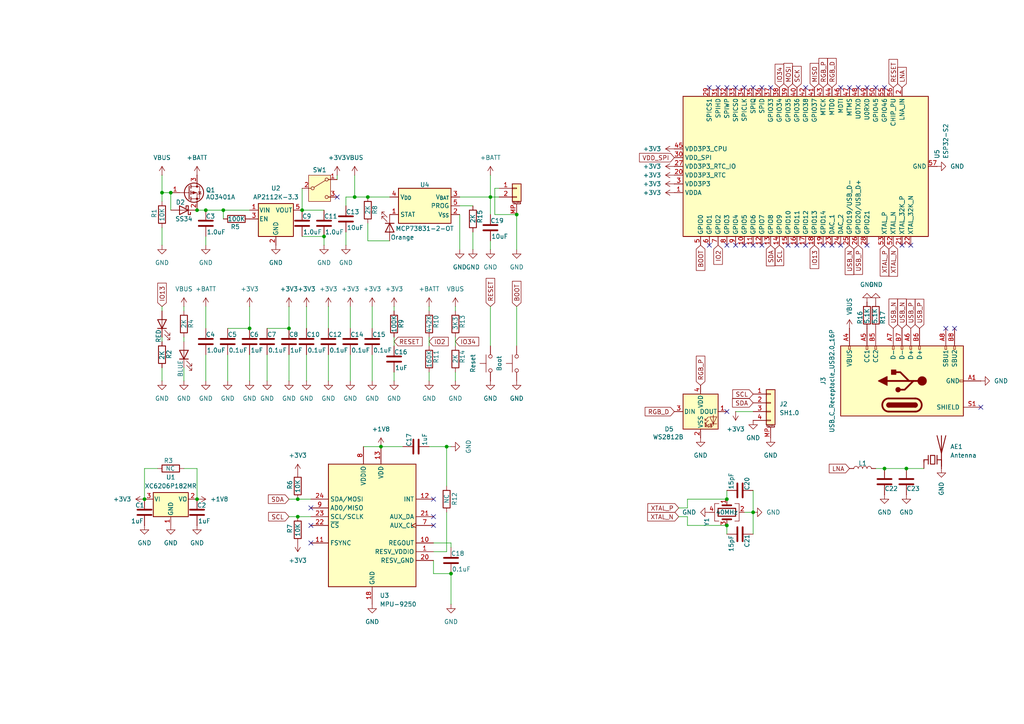
<source format=kicad_sch>
(kicad_sch (version 20231120) (generator "eeschema") (generator_version "8.0")
  (paper "A4")
  (junction (at 46.99 55.88))
  (junction (at 86.36 144.78))
  (junction (at 262.89 135.89))
  (junction (at 59.69 60.96))
  (junction (at 86.36 149.86))
  (junction (at 106.68 57.15))
  (junction (at 218.44 148.59))
  (junction (at 256.54 135.89))
  (junction (at 83.82 95.25))
  (junction (at 64.77 60.96))
  (junction (at 72.39 95.25))
  (junction (at 142.24 57.15))
  (junction (at 57.15 60.96))
  (junction (at 110.49 129.54))
  (junction (at 87.63 60.96))
  (junction (at 93.98 68.58))
  (junction (at 210.82 144.78))
  (junction (at 41.91 144.78))
  (junction (at 49.53 55.88))
  (junction (at 102.87 57.15))
  (junction (at 130.81 166.37))
  (junction (at 149.86 62.23))
  (junction (at 57.15 144.78))
  (junction (at 210.82 152.4))
  (junction (at 129.54 129.54))
  (no_connect (at 90.17 152.4))
  (no_connect (at 251.46 25.4))
  (no_connect (at 264.16 71.12))
  (no_connect (at 233.68 71.12))
  (no_connect (at 233.68 25.4))
  (no_connect (at 220.98 25.4))
  (no_connect (at 223.52 25.4))
  (no_connect (at 213.36 25.4))
  (no_connect (at 213.36 71.12))
  (no_connect (at 231.14 71.12))
  (no_connect (at 261.62 71.12))
  (no_connect (at 205.74 71.12))
  (no_connect (at 210.82 25.4))
  (no_connect (at 274.32 95.25))
  (no_connect (at 205.74 25.4))
  (no_connect (at 251.46 71.12))
  (no_connect (at 215.9 25.4))
  (no_connect (at 248.92 25.4))
  (no_connect (at 125.73 152.4))
  (no_connect (at 284.48 118.11))
  (no_connect (at 243.84 25.4))
  (no_connect (at 243.84 71.12))
  (no_connect (at 210.82 119.38))
  (no_connect (at 215.9 71.12))
  (no_connect (at 276.86 95.25))
  (no_connect (at 125.73 149.86))
  (no_connect (at 210.82 71.12))
  (no_connect (at 90.17 147.32))
  (no_connect (at 90.17 157.48))
  (no_connect (at 241.3 71.12))
  (no_connect (at 228.6 71.12))
  (no_connect (at 218.44 71.12))
  (no_connect (at 97.79 57.15))
  (no_connect (at 208.28 25.4))
  (no_connect (at 256.54 25.4))
  (no_connect (at 218.44 25.4))
  (no_connect (at 125.73 144.78))
  (no_connect (at 254 25.4))
  (no_connect (at 246.38 25.4))
  (no_connect (at 238.76 71.12))
  (no_connect (at 220.98 71.12))
  (wire (pts (xy 107.95 110.49) (xy 107.95 102.87)))
  (wire (pts (xy 105.41 129.54) (xy 110.49 129.54)))
  (wire (pts (xy 130.81 129.54) (xy 129.54 129.54)))
  (wire (pts (xy 46.99 71.12) (xy 46.99 66.04)))
  (wire (pts (xy 143.51 62.23) (xy 149.86 62.23)))
  (wire (pts (xy 95.25 88.9) (xy 95.25 95.25)))
  (wire (pts (xy 106.68 64.77) (xy 106.68 69.85)))
  (wire (pts (xy 133.35 57.15) (xy 142.24 57.15)))
  (wire (pts (xy 72.39 110.49) (xy 72.39 102.87)))
  (wire (pts (xy 46.99 88.9) (xy 46.99 90.17)))
  (wire (pts (xy 83.82 144.78) (xy 86.36 144.78)))
  (wire (pts (xy 46.99 55.88) (xy 49.53 55.88)))
  (wire (pts (xy 210.82 144.78) (xy 199.39 144.78)))
  (wire (pts (xy 132.08 88.9) (xy 132.08 90.17)))
  (wire (pts (xy 130.81 158.75) (xy 130.81 157.48)))
  (wire (pts (xy 64.77 60.96) (xy 64.77 63.5)))
  (wire (pts (xy 87.63 60.96) (xy 93.98 60.96)))
  (wire (pts (xy 101.6 88.9) (xy 101.6 95.25)))
  (wire (pts (xy 116.84 129.54) (xy 110.49 129.54)))
  (wire (pts (xy 132.08 107.95) (xy 132.08 110.49)))
  (wire (pts (xy 45.72 135.89) (xy 41.91 135.89)))
  (wire (pts (xy 59.69 88.9) (xy 59.69 95.25)))
  (wire (pts (xy 93.98 71.12) (xy 93.98 68.58)))
  (wire (pts (xy 66.04 110.49) (xy 66.04 102.87)))
  (wire (pts (xy 143.51 54.61) (xy 143.51 62.23)))
  (wire (pts (xy 210.82 142.24) (xy 210.82 144.78)))
  (wire (pts (xy 88.9 110.49) (xy 88.9 102.87)))
  (wire (pts (xy 57.15 135.89) (xy 57.15 144.78)))
  (wire (pts (xy 46.99 110.49) (xy 46.99 106.68)))
  (wire (pts (xy 102.87 57.15) (xy 102.87 50.8)))
  (wire (pts (xy 218.44 142.24) (xy 218.44 148.59)))
  (wire (pts (xy 53.34 135.89) (xy 57.15 135.89)))
  (wire (pts (xy 199.39 147.32) (xy 199.39 144.78)))
  (wire (pts (xy 256.54 135.89) (xy 262.89 135.89)))
  (wire (pts (xy 142.24 62.23) (xy 142.24 57.15)))
  (wire (pts (xy 59.69 102.87) (xy 59.69 110.49)))
  (wire (pts (xy 149.86 88.9) (xy 149.86 100.33)))
  (wire (pts (xy 210.82 154.94) (xy 210.82 152.4)))
  (wire (pts (xy 143.51 54.61) (xy 144.78 54.61)))
  (wire (pts (xy 95.25 110.49) (xy 95.25 102.87)))
  (wire (pts (xy 77.47 110.49) (xy 77.47 102.87)))
  (wire (pts (xy 129.54 140.97) (xy 129.54 129.54)))
  (wire (pts (xy 142.24 57.15) (xy 144.78 57.15)))
  (wire (pts (xy 107.95 88.9) (xy 107.95 95.25)))
  (wire (pts (xy 132.08 97.79) (xy 132.08 100.33)))
  (wire (pts (xy 72.39 95.25) (xy 66.04 95.25)))
  (wire (pts (xy 100.33 59.69) (xy 100.33 57.15)))
  (wire (pts (xy 256.54 135.89) (xy 254 135.89)))
  (wire (pts (xy 83.82 149.86) (xy 86.36 149.86)))
  (wire (pts (xy 125.73 160.02) (xy 129.54 160.02)))
  (wire (pts (xy 53.34 88.9) (xy 53.34 90.17)))
  (wire (pts (xy 130.81 166.37) (xy 130.81 175.26)))
  (wire (pts (xy 133.35 72.39) (xy 133.35 62.23)))
  (wire (pts (xy 46.99 99.06) (xy 46.99 97.79)))
  (wire (pts (xy 100.33 71.12) (xy 100.33 67.31)))
  (wire (pts (xy 59.69 71.12) (xy 59.69 68.58)))
  (wire (pts (xy 97.79 52.07) (xy 97.79 50.8)))
  (wire (pts (xy 124.46 107.95) (xy 124.46 110.49)))
  (wire (pts (xy 125.73 166.37) (xy 130.81 166.37)))
  (wire (pts (xy 124.46 88.9) (xy 124.46 90.17)))
  (wire (pts (xy 129.54 160.02) (xy 129.54 148.59)))
  (wire (pts (xy 101.6 110.49) (xy 101.6 102.87)))
  (wire (pts (xy 124.46 97.79) (xy 124.46 100.33)))
  (wire (pts (xy 83.82 95.25) (xy 77.47 95.25)))
  (wire (pts (xy 199.39 149.86) (xy 196.85 149.86)))
  (wire (pts (xy 114.3 88.9) (xy 114.3 90.17)))
  (wire (pts (xy 106.68 57.15) (xy 113.03 57.15)))
  (wire (pts (xy 53.34 110.49) (xy 53.34 106.68)))
  (wire (pts (xy 83.82 110.49) (xy 83.82 102.87)))
  (wire (pts (xy 53.34 99.06) (xy 53.34 97.79)))
  (wire (pts (xy 83.82 88.9) (xy 83.82 95.25)))
  (wire (pts (xy 102.87 57.15) (xy 106.68 57.15)))
  (wire (pts (xy 218.44 148.59) (xy 215.9 148.59)))
  (wire (pts (xy 86.36 144.78) (xy 90.17 144.78)))
  (wire (pts (xy 100.33 57.15) (xy 102.87 57.15)))
  (wire (pts (xy 196.85 147.32) (xy 199.39 147.32)))
  (wire (pts (xy 130.81 157.48) (xy 125.73 157.48)))
  (wire (pts (xy 218.44 148.59) (xy 218.44 154.94)))
  (wire (pts (xy 41.91 135.89) (xy 41.91 144.78)))
  (wire (pts (xy 125.73 162.56) (xy 125.73 166.37)))
  (wire (pts (xy 199.39 152.4) (xy 199.39 149.86)))
  (wire (pts (xy 64.77 60.96) (xy 72.39 60.96)))
  (wire (pts (xy 137.16 72.39) (xy 137.16 67.31)))
  (wire (pts (xy 149.86 62.23) (xy 149.86 72.39)))
  (wire (pts (xy 46.99 50.8) (xy 46.99 55.88)))
  (wire (pts (xy 142.24 69.85) (xy 142.24 72.39)))
  (wire (pts (xy 142.24 50.8) (xy 142.24 57.15)))
  (wire (pts (xy 57.15 60.96) (xy 59.69 60.96)))
  (wire (pts (xy 129.54 129.54) (xy 124.46 129.54)))
  (wire (pts (xy 210.82 152.4) (xy 199.39 152.4)))
  (wire (pts (xy 87.63 54.61) (xy 87.63 60.96)))
  (wire (pts (xy 262.89 135.89) (xy 267.97 135.89)))
  (wire (pts (xy 49.53 55.88) (xy 49.53 60.96)))
  (wire (pts (xy 88.9 88.9) (xy 88.9 95.25)))
  (wire (pts (xy 114.3 97.79) (xy 114.3 100.33)))
  (wire (pts (xy 87.63 68.58) (xy 93.98 68.58)))
  (wire (pts (xy 114.3 107.95) (xy 114.3 110.49)))
  (wire (pts (xy 142.24 88.9) (xy 142.24 100.33)))
  (wire (pts (xy 72.39 88.9) (xy 72.39 95.25)))
  (wire (pts (xy 133.35 59.69) (xy 137.16 59.69)))
  (wire (pts (xy 86.36 149.86) (xy 90.17 149.86)))
  (wire (pts (xy 46.99 58.42) (xy 46.99 55.88)))
  (wire (pts (xy 213.36 119.38) (xy 218.44 119.38)))
  (wire (pts (xy 106.68 69.85) (xy 113.03 69.85)))
  (wire (pts (xy 64.77 60.96) (xy 59.69 60.96)))
  (global_label "XTAL_N" (shape input) (at 196.85 149.86 180) (property "Intersheetrefs" "${INTERSHEET_REFS}" (effects (hide yes))))
  (global_label "IO34" (shape input) (at 226.06 25.4 90) (property "Intersheetrefs" "${INTERSHEET_REFS}" (effects (hide yes))))
  (global_label "USB_P" (shape input) (at 264.16 95.25 90) (property "Intersheetrefs" "${INTERSHEET_REFS}" (effects (hide yes))))
  (global_label "SDA" (shape input) (at 218.44 116.84 180) (property "Intersheetrefs" "${INTERSHEET_REFS}" (effects (hide yes))))
  (global_label "BOOT" (shape input) (at 203.2 71.12 270) (property "Intersheetrefs" "${INTERSHEET_REFS}" (effects (hide yes))))
  (global_label "SDA" (shape input) (at 223.52 71.12 270) (property "Intersheetrefs" "${INTERSHEET_REFS}" (effects (hide yes))))
  (global_label "RESET" (shape input) (at 259.08 25.4 90) (property "Intersheetrefs" "${INTERSHEET_REFS}" (effects (hide yes))))
  (global_label "IO2" (shape input) (at 208.28 71.12 270) (property "Intersheetrefs" "${INTERSHEET_REFS}" (effects (hide yes))))
  (global_label "RGB_P" (shape input) (at 203.2 111.76 90) (property "Intersheetrefs" "${INTERSHEET_REFS}" (effects (hide yes))))
  (global_label "IO2" (shape input) (at 124.46 99.06 0) (property "Intersheetrefs" "${INTERSHEET_REFS}" (effects (hide yes))))
  (global_label "BOOT" (shape input) (at 149.86 88.9 90) (property "Intersheetrefs" "${INTERSHEET_REFS}" (effects (hide yes))))
  (global_label "SDA" (shape input) (at 83.82 144.78 180) (property "Intersheetrefs" "${INTERSHEET_REFS}" (effects (hide yes))))
  (global_label "IO13" (shape input) (at 46.99 88.9 90) (property "Intersheetrefs" "${INTERSHEET_REFS}" (effects (hide yes))))
  (global_label "RESET" (shape input) (at 142.24 88.9 90) (property "Intersheetrefs" "${INTERSHEET_REFS}" (effects (hide yes))))
  (global_label "SCL" (shape input) (at 226.06 71.12 270) (property "Intersheetrefs" "${INTERSHEET_REFS}" (effects (hide yes))))
  (global_label "RGB_P" (shape input) (at 238.76 25.4 90) (property "Intersheetrefs" "${INTERSHEET_REFS}" (effects (hide yes))))
  (global_label "IO34" (shape input) (at 132.08 99.06 0) (property "Intersheetrefs" "${INTERSHEET_REFS}" (effects (hide yes))))
  (global_label "USB_N" (shape input) (at 246.38 71.12 270) (property "Intersheetrefs" "${INTERSHEET_REFS}" (effects (hide yes))))
  (global_label "XTAL_N" (shape input) (at 259.08 71.12 270) (property "Intersheetrefs" "${INTERSHEET_REFS}" (effects (hide yes))))
  (global_label "IO13" (shape input) (at 236.22 71.12 270) (property "Intersheetrefs" "${INTERSHEET_REFS}" (effects (hide yes))))
  (global_label "USB_N" (shape input) (at 259.08 95.25 90) (property "Intersheetrefs" "${INTERSHEET_REFS}" (effects (hide yes))))
  (global_label "USB_P" (shape input) (at 248.92 71.12 270) (property "Intersheetrefs" "${INTERSHEET_REFS}" (effects (hide yes))))
  (global_label "LNA" (shape input) (at 246.38 135.89 180) (property "Intersheetrefs" "${INTERSHEET_REFS}" (effects (hide yes))))
  (global_label "LNA" (shape input) (at 261.62 25.4 90) (property "Intersheetrefs" "${INTERSHEET_REFS}" (effects (hide yes))))
  (global_label "USB_N" (shape input) (at 261.62 95.25 90) (property "Intersheetrefs" "${INTERSHEET_REFS}" (effects (hide yes))))
  (global_label "MISO" (shape input) (at 236.22 25.4 90) (property "Intersheetrefs" "${INTERSHEET_REFS}" (effects (hide yes))))
  (global_label "SCL" (shape input) (at 218.44 114.3 180) (property "Intersheetrefs" "${INTERSHEET_REFS}" (effects (hide yes))))
  (global_label "SCL" (shape input) (at 83.82 149.86 180) (property "Intersheetrefs" "${INTERSHEET_REFS}" (effects (hide yes))))
  (global_label "SCK" (shape input) (at 231.14 25.4 90) (property "Intersheetrefs" "${INTERSHEET_REFS}" (effects (hide yes))))
  (global_label "RGB_D" (shape input) (at 195.58 119.38 180) (property "Intersheetrefs" "${INTERSHEET_REFS}" (effects (hide yes))))
  (global_label "XTAL_P" (shape input) (at 196.85 147.32 180) (property "Intersheetrefs" "${INTERSHEET_REFS}" (effects (hide yes))))
  (global_label "XTAL_P" (shape input) (at 256.54 71.12 270) (property "Intersheetrefs" "${INTERSHEET_REFS}" (effects (hide yes))))
  (global_label "USB_P" (shape input) (at 266.7 95.25 90) (property "Intersheetrefs" "${INTERSHEET_REFS}" (effects (hide yes))))
  (global_label "RGB_D" (shape input) (at 241.3 25.4 90) (property "Intersheetrefs" "${INTERSHEET_REFS}" (effects (hide yes))))
  (global_label "RESET" (shape input) (at 114.3 99.06 0) (property "Intersheetrefs" "${INTERSHEET_REFS}" (effects (hide yes))))
  (global_label "MOSI" (shape input) (at 228.6 25.4 90) (property "Intersheetrefs" "${INTERSHEET_REFS}" (effects (hide yes))))
  (global_label "VDD_SPI" (shape input) (at 195.58 45.72 180) (property "Intersheetrefs" "${INTERSHEET_REFS}" (effects (hide yes))))
  (symbol (lib_id "power:+3V3") (at 114.3 88.9 0) (unit 1)
    (property "Reference" "#PWR038" (effects (hide yes)))
    (property "Value" "+3V3" (at 114.3 83.82 0))
    (property "Description" "Power symbol creates a global label with name \"+3V3\"" (effects (hide yes)))
  )
  (symbol (lib_id "power:+3V3") (at 195.58 50.8 90) (mirror x) (unit 1)
    (property "Reference" "#PWR055" (effects (hide yes)))
    (property "Value" "+3V3" (at 191.77 50.7999 90) (effects (justify left)))
    (property "Description" "Power symbol creates a global label with name \"+3V3\"" (effects (hide yes)))
  )
  (symbol (lib_id "power:VBUS") (at 246.38 95.25 0) (unit 1)
    (property "Reference" "#PWR064" (effects (hide yes)))
    (property "Value" "VBUS" (at 246.3799 91.44 90) (effects (justify left)))
    (property "Description" "Power symbol creates a global label with name \"VBUS\"" (effects (hide yes)))
  )
  (symbol (lib_id "power:+BATT") (at 57.15 50.8 0) (unit 1)
    (property "Reference" "#PWR09" (effects (hide yes)))
    (property "Value" "+BATT" (at 57.15 45.72 0))
    (property "Description" "Power symbol creates a global label with name \"+BATT\"" (effects (hide yes)))
  )
  (symbol (lib_id "Device:C") (at 262.89 139.7 0) (mirror x) (unit 1)
    (property "Reference" "C23" (at 262.89 141.732 0) (effects (justify left)))
    (property "Value" "1uF" (effects (hide yes)))
    (property "Footprint" "Capacitor_SMD:C_0402_1005Metric" (effects (hide yes)))
    (property "Description" "Unpolarized capacitor" (effects (hide yes)))
  )
  (symbol (lib_id "power:+3V3") (at 101.6 88.9 0) (mirror y) (unit 1)
    (property "Reference" "#PWR031" (effects (hide yes)))
    (property "Value" "+3V3" (at 101.6 83.82 0))
    (property "Description" "Power symbol creates a global label with name \"+3V3\"" (effects (hide yes)))
  )
  (symbol (lib_id "power:VBUS") (at 102.87 50.8 0) (unit 1)
    (property "Reference" "#PWR033" (effects (hide yes)))
    (property "Value" "VBUS" (at 102.87 45.72 0))
    (property "Description" "Power symbol creates a global label with name \"VBUS\"" (effects (hide yes)))
  )
  (symbol (lib_id "Device:C") (at 59.69 64.77 0) (unit 1)
    (property "Reference" "C3" (at 59.69 62.738 0) (effects (justify left)))
    (property "Value" "1.0uF" (at 59.944 67.31 0) (effects (justify left)))
    (property "Footprint" "Capacitor_SMD:C_0402_1005Metric" (effects (hide yes)))
    (property "Description" "Unpolarized capacitor" (effects (hide yes)))
  )
  (symbol (lib_id "power:GND") (at 142.24 110.49 0) (unit 1)
    (property "Reference" "#PWR050" (effects (hide yes)))
    (property "Value" "GND" (at 142.24 115.57 0))
    (property "Description" "Power symbol creates a global label with name \"GND\" , ground" (effects (hide yes)))
  )
  (symbol (lib_id "power:GND") (at 107.95 175.26 0) (unit 1)
    (property "Reference" "#PWR036" (effects (hide yes)))
    (property "Value" "GND" (at 107.95 180.34 0))
    (property "Description" "Power symbol creates a global label with name \"GND\" , ground" (effects (hide yes)))
  )
  (symbol (lib_id "Device:R") (at 114.3 93.98 0) (unit 1)
    (property "Reference" "R9" (at 116.332 95.25 90) (effects (justify left)))
    (property "Value" "100K" (at 114.3 96.52 90) (effects (justify left)))
    (property "Footprint" "Resistor_SMD:R_0402_1005Metric" (effects (hide yes)))
    (property "Description" "Resistor" (effects (hide yes)))
  )
  (symbol (lib_id "power:GND") (at 46.99 71.12 0) (unit 1)
    (property "Reference" "#PWR04" (effects (hide yes)))
    (property "Value" "GND" (at 46.99 76.2 0))
    (property "Description" "Power symbol creates a global label with name \"GND\" , ground" (effects (hide yes)))
  )
  (symbol (lib_id "power:+3V3") (at 195.58 48.26 90) (mirror x) (unit 1)
    (property "Reference" "#PWR054" (effects (hide yes)))
    (property "Value" "+3V3" (at 191.77 48.2599 90) (effects (justify left)))
    (property "Description" "Power symbol creates a global label with name \"+3V3\"" (effects (hide yes)))
  )
  (symbol (lib_id "power:GND") (at 59.69 71.12 0) (unit 1)
    (property "Reference" "#PWR012" (effects (hide yes)))
    (property "Value" "GND" (at 59.69 76.2 0))
    (property "Description" "Power symbol creates a global label with name \"GND\" , ground" (effects (hide yes)))
  )
  (symbol (lib_id "power:GND") (at 149.86 72.39 0) (unit 1)
    (property "Reference" "#PWR051" (effects (hide yes)))
    (property "Value" "GND" (at 149.86 77.47 0))
    (property "Description" "Power symbol creates a global label with name \"GND\" , ground" (effects (hide yes)))
  )
  (symbol (lib_id "Device:R") (at 137.16 63.5 0) (unit 1)
    (property "Reference" "R15" (at 139.192 64.77 90) (effects (justify left)))
    (property "Value" "2K" (at 137.16 64.77 90) (effects (justify left)))
    (property "Footprint" "Resistor_SMD:R_0402_1005Metric" (effects (hide yes)))
    (property "Description" "Resistor" (effects (hide yes)))
  )
  (symbol (lib_id "power:GND") (at 53.34 110.49 0) (unit 1)
    (property "Reference" "#PWR08" (effects (hide yes)))
    (property "Value" "GND" (at 53.34 115.57 0))
    (property "Description" "Power symbol creates a global label with name \"GND\" , ground" (effects (hide yes)))
  )
  (symbol (lib_id "power:+3V3") (at 86.36 157.48 180) (unit 1)
    (property "Reference" "#PWR023" (effects (hide yes)))
    (property "Value" "+3V3" (at 86.36 162.56 0))
    (property "Description" "Power symbol creates a global label with name \"+3V3\"" (effects (hide yes)))
  )
  (symbol (lib_id "Device:Antenna_Chip") (at 270.51 133.35 0) (unit 1)
    (property "Reference" "AE1" (at 275.59 129.5399 0) (effects (justify left)))
    (property "Value" "Antenna" (at 275.59 132.0799 0) (effects (justify left)))
    (property "Footprint" "RF_Antenna:Texas_SWRA117D_2.4GHz_Right" (effects (hide yes)))
    (property "Description" "Ceramic chip antenna with pin for PCB trace" (effects (hide yes)))
  )
  (symbol (lib_id "power:GND") (at 205.74 148.59 270) (unit 1)
    (property "Reference" "#PWR059" (effects (hide yes)))
    (property "Value" "GND" (at 201.93 148.5899 90) (effects (justify right)))
    (property "Description" "Power symbol creates a global label with name \"GND\" , ground" (effects (hide yes)))
  )
  (symbol (lib_id "power:GND") (at 142.24 72.39 0) (unit 1)
    (property "Reference" "#PWR049" (effects (hide yes)))
    (property "Value" "GND" (at 142.24 77.47 0))
    (property "Description" "Power symbol creates a global label with name \"GND\" , ground" (effects (hide yes)))
  )
  (symbol (lib_id "Switch:SW_SPDT") (at 92.71 54.61 0) (unit 1)
    (property "Reference" "SW1" (at 92.71 49.276 0))
    (property "Value" "SW_SPDT" (effects (hide yes)))
    (property "Footprint" "Button_Switch_SMD:SW_SPDT_PCM12" (effects (hide yes)))
    (property "Description" "Switch, single pole double throw" (effects (hide yes)))
  )
  (symbol (lib_id "power:+3V3") (at 195.58 55.88 90) (mirror x) (unit 1)
    (property "Reference" "#PWR057" (effects (hide yes)))
    (property "Value" "+3V3" (at 191.77 55.8799 90) (effects (justify left)))
    (property "Description" "Power symbol creates a global label with name \"+3V3\"" (effects (hide yes)))
  )
  (symbol (lib_id "power:GND") (at 80.01 71.12 0) (unit 1)
    (property "Reference" "#PWR019" (effects (hide yes)))
    (property "Value" "GND" (at 80.01 76.2 0))
    (property "Description" "Power symbol creates a global label with name \"GND\" , ground" (effects (hide yes)))
  )
  (symbol (lib_id "power:GND") (at 72.39 110.49 0) (mirror y) (unit 1)
    (property "Reference" "#PWR017" (effects (hide yes)))
    (property "Value" "GND" (at 72.39 115.57 0))
    (property "Description" "Power symbol creates a global label with name \"GND\" , ground" (effects (hide yes)))
  )
  (symbol (lib_id "Device:C") (at 142.24 66.04 0) (unit 1)
    (property "Reference" "C19" (at 142.24 64.008 0) (effects (justify left)))
    (property "Value" "10uF" (at 142.494 68.58 0) (effects (justify left)))
    (property "Footprint" "Capacitor_SMD:C_0402_1005Metric" (effects (hide yes)))
    (property "Description" "Unpolarized capacitor" (effects (hide yes)))
  )
  (symbol (lib_id "power:+BATT") (at 59.69 88.9 0) (unit 1)
    (property "Reference" "#PWR013" (effects (hide yes)))
    (property "Value" "+BATT" (at 59.69 83.82 0))
    (property "Description" "Power symbol creates a global label with name \"+BATT\"" (effects (hide yes)))
  )
  (symbol (lib_id "power:VBUS") (at 46.99 50.8 0) (unit 1)
    (property "Reference" "#PWR03" (effects (hide yes)))
    (property "Value" "VBUS" (at 46.99 45.72 0))
    (property "Description" "Power symbol creates a global label with name \"VBUS\"" (effects (hide yes)))
  )
  (symbol (lib_id "power:GND") (at 218.44 121.92 0) (mirror y) (unit 1)
    (property "Reference" "#PWR061" (effects (hide yes)))
    (property "Value" "GND" (at 218.44 127 0))
    (property "Description" "Power symbol creates a global label with name \"GND\" , ground" (effects (hide yes)))
  )
  (symbol (lib_id "Device:C") (at 214.63 154.94 270) (unit 1)
    (property "Reference" "C21" (at 216.662 154.94 0) (effects (justify left)))
    (property "Value" "15pF" (at 212.09 155.194 0) (effects (justify left)))
    (property "Footprint" "Capacitor_SMD:C_0402_1005Metric" (effects (hide yes)))
    (property "Description" "Unpolarized capacitor" (effects (hide yes)))
  )
  (symbol (lib_id "power:GND") (at 95.25 110.49 0) (mirror y) (unit 1)
    (property "Reference" "#PWR028" (effects (hide yes)))
    (property "Value" "GND" (at 95.25 115.57 0))
    (property "Description" "Power symbol creates a global label with name \"GND\" , ground" (effects (hide yes)))
  )
  (symbol (lib_id "power:GND") (at 256.54 143.51 0) (unit 1)
    (property "Reference" "#PWR067" (effects (hide yes)))
    (property "Value" "GND" (at 256.54 148.59 0))
    (property "Description" "Power symbol creates a global label with name \"GND\" , ground" (effects (hide yes)))
  )
  (symbol (lib_id "power:+3V3") (at 72.39 88.9 0) (unit 1)
    (property "Reference" "#PWR016" (effects (hide yes)))
    (property "Value" "+3V3" (at 72.39 83.82 0))
    (property "Description" "Power symbol creates a global label with name \"+3V3\"" (effects (hide yes)))
  )
  (symbol (lib_id "Device:R") (at 132.08 104.14 0) (unit 1)
    (property "Reference" "R14" (at 134.112 105.41 90) (effects (justify left)))
    (property "Value" "2K" (at 132.08 105.41 90) (effects (justify left)))
    (property "Footprint" "Resistor_SMD:R_0402_1005Metric" (effects (hide yes)))
    (property "Description" "Resistor" (effects (hide yes)))
  )
  (symbol (lib_id "Device:C") (at 83.82 99.06 0) (unit 1)
    (property "Reference" "C8" (at 83.82 97.028 0) (effects (justify left)))
    (property "Value" "1uF" (at 84.074 101.6 0) (effects (justify left)))
    (property "Footprint" "Capacitor_SMD:C_0402_1005Metric" (effects (hide yes)))
    (property "Description" "Unpolarized capacitor" (effects (hide yes)))
  )
  (symbol (lib_id "power:GND") (at 83.82 110.49 0) (mirror y) (unit 1)
    (property "Reference" "#PWR021" (effects (hide yes)))
    (property "Value" "GND" (at 83.82 115.57 0))
    (property "Description" "Power symbol creates a global label with name \"GND\" , ground" (effects (hide yes)))
  )
  (symbol (lib_id "Device:R") (at 53.34 93.98 0) (unit 1)
    (property "Reference" "R4" (at 55.372 95.25 90) (effects (justify left)))
    (property "Value" "2K" (at 53.34 95.25 90) (effects (justify left)))
    (property "Footprint" "Resistor_SMD:R_0402_1005Metric" (effects (hide yes)))
    (property "Description" "Resistor" (effects (hide yes)))
  )
  (symbol (lib_id "power:+3V3") (at 88.9 88.9 0) (mirror y) (unit 1)
    (property "Reference" "#PWR024" (effects (hide yes)))
    (property "Value" "+3V3" (at 88.9 83.82 0))
    (property "Description" "Power symbol creates a global label with name \"+3V3\"" (effects (hide yes)))
  )
  (symbol (lib_id "power:+3V3") (at 97.79 50.8 0) (mirror y) (unit 1)
    (property "Reference" "#PWR029" (effects (hide yes)))
    (property "Value" "+3V3" (at 97.79 45.72 0))
    (property "Description" "Power symbol creates a global label with name \"+3V3\"" (effects (hide yes)))
  )
  (symbol (lib_id "Device:C") (at 95.25 99.06 0) (unit 1)
    (property "Reference" "C12" (at 95.25 97.028 0) (effects (justify left)))
    (property "Value" "0.1uF" (at 95.504 101.6 0) (effects (justify left)))
    (property "Footprint" "Capacitor_SMD:C_0402_1005Metric" (effects (hide yes)))
    (property "Description" "Unpolarized capacitor" (effects (hide yes)))
  )
  (symbol (lib_id "Device:R") (at 129.54 144.78 180) (unit 1)
    (property "Reference" "R12" (at 131.826 142.748 90) (effects (justify left)))
    (property "Value" "NC" (at 129.54 143.256 90) (effects (justify left)))
    (property "Footprint" "Resistor_SMD:R_0402_1005Metric" (effects (hide yes)))
    (property "Description" "Resistor" (effects (hide yes)))
  )
  (symbol (lib_id "power:GND") (at 101.6 110.49 0) (mirror y) (unit 1)
    (property "Reference" "#PWR032" (effects (hide yes)))
    (property "Value" "GND" (at 101.6 115.57 0))
    (property "Description" "Power symbol creates a global label with name \"GND\" , ground" (effects (hide yes)))
  )
  (symbol (lib_id "Connector_Generic_MountingPin:Conn_01x02_MountingPin") (at 149.86 54.61 0) (unit 1)
    (property "Reference" "J1" (effects (hide yes)))
    (property "Value" "Conn_01x02_MountingPin" (effects (hide yes)))
    (property "Footprint" "Connector_JST:JST_PH_B2B-PH-SM4-TB_1x02-1MP_P2.00mm_Vertical" (effects (hide yes)))
    (property "Description" "Generic connectable mounting pin connector, single row, 01x02, script generated (kicad-library-utils/schlib/autogen/connector/)" (effects (hide yes)))
  )
  (symbol (lib_id "Sensor_Motion:MPU-9250") (at 107.95 152.4 0) (unit 1)
    (property "Reference" "U3" (at 110.1441 172.72 0) (effects (justify left)))
    (property "Value" "MPU-9250" (at 110.1441 175.26 0) (effects (justify left)))
    (property "Footprint" "Sensor_Motion:InvenSense_QFN-24_3x3mm_P0.4mm" (effects (hide yes)))
    (property "Datasheet" "https://invensense.tdk.com/wp-content/uploads/2015/02/PS-MPU-9250A-01-v1.1.pdf" (effects (hide yes)))
    (property "Description" "InvenSense 9-Axis Motion Sensor, Accelerometer, Gyroscope, Compass, I2C/SPI" (effects (hide yes)))
  )
  (symbol (lib_id "Device:R") (at 254 91.44 180) (unit 1)
    (property "Reference" "R17" (at 256.032 90.17 90) (effects (justify left)))
    (property "Value" "5.1K" (at 253.746 89.408 90) (effects (justify left)))
    (property "Footprint" "Resistor_SMD:R_0402_1005Metric" (effects (hide yes)))
    (property "Description" "Resistor" (effects (hide yes)))
  )
  (symbol (lib_id "Switch:SW_Push") (at 149.86 105.41 90) (unit 1)
    (property "Reference" "SW3" (effects (hide yes)))
    (property "Value" "Boot" (at 144.78 105.41 0))
    (property "Footprint" "Button_Switch_SMD:SW_SPST_B3U-1000P" (effects (hide yes)))
    (property "Description" "Push button switch, generic, two pins" (effects (hide yes)))
  )
  (symbol (lib_id "Device:C") (at 77.47 99.06 0) (unit 1)
    (property "Reference" "C7" (at 77.47 97.028 0) (effects (justify left)))
    (property "Value" "0.1uF" (at 77.724 101.6 0) (effects (justify left)))
    (property "Footprint" "Capacitor_SMD:C_0402_1005Metric" (effects (hide yes)))
    (property "Description" "Unpolarized capacitor" (effects (hide yes)))
  )
  (symbol (lib_id "power:GND") (at 218.44 148.59 90) (unit 1)
    (property "Reference" "#PWR062" (effects (hide yes)))
    (property "Value" "GND" (at 222.25 148.5899 90) (effects (justify right)))
    (property "Description" "Power symbol creates a global label with name \"GND\" , ground" (effects (hide yes)))
  )
  (symbol (lib_id "power:GND") (at 59.69 110.49 0) (unit 1)
    (property "Reference" "#PWR014" (effects (hide yes)))
    (property "Value" "GND" (at 59.69 115.57 0))
    (property "Description" "Power symbol creates a global label with name \"GND\" , ground" (effects (hide yes)))
  )
  (symbol (lib_id "power:GND") (at 57.15 152.4 0) (unit 1)
    (property "Reference" "#PWR011" (effects (hide yes)))
    (property "Value" "GND" (at 57.15 157.48 0))
    (property "Description" "Power symbol creates a global label with name \"GND\" , ground" (effects (hide yes)))
  )
  (symbol (lib_id "power:GND") (at 254 87.63 180) (unit 1)
    (property "Reference" "#PWR066" (effects (hide yes)))
    (property "Value" "GND" (at 254 82.55 0))
    (property "Description" "Power symbol creates a global label with name \"GND\" , ground" (effects (hide yes)))
  )
  (symbol (lib_id "Device:LED") (at 46.99 93.98 90) (unit 1)
    (property "Reference" "D1" (effects (hide yes)))
    (property "Value" "RED" (at 45.974 95.504 0) (effects (justify right)))
    (property "Footprint" "LED_SMD:LED_0402_1005Metric" (effects (hide yes)))
    (property "Description" "Light emitting diode" (effects (hide yes)))
  )
  (symbol (lib_id "Device:R") (at 124.46 104.14 0) (unit 1)
    (property "Reference" "R11" (at 126.492 105.41 90) (effects (justify left)))
    (property "Value" "160K" (at 124.46 106.68 90) (effects (justify left)))
    (property "Footprint" "Resistor_SMD:R_0805_2012Metric" (effects (hide yes)))
    (property "Description" "Resistor" (effects (hide yes)))
  )
  (symbol (lib_id "Device:R") (at 86.36 153.67 0) (unit 1)
    (property "Reference" "R7" (at 84.074 154.686 90) (effects (justify left)))
    (property "Value" "10K" (at 86.36 155.702 90) (effects (justify left)))
    (property "Footprint" "Resistor_SMD:R_0402_1005Metric" (effects (hide yes)))
    (property "Description" "Resistor" (effects (hide yes)))
  )
  (symbol (lib_id "power:GND") (at 149.86 110.49 0) (unit 1)
    (property "Reference" "#PWR052" (effects (hide yes)))
    (property "Value" "GND" (at 149.86 115.57 0))
    (property "Description" "Power symbol creates a global label with name \"GND\" , ground" (effects (hide yes)))
  )
  (symbol (lib_id "Switch:SW_Push") (at 142.24 105.41 90) (unit 1)
    (property "Reference" "SW2" (effects (hide yes)))
    (property "Value" "Reset" (at 137.16 105.41 0))
    (property "Footprint" "Button_Switch_SMD:SW_SPST_B3U-1000P" (effects (hide yes)))
    (property "Description" "Push button switch, generic, two pins" (effects (hide yes)))
  )
  (symbol (lib_id "power:GND") (at 273.05 135.89 0) (unit 1)
    (property "Reference" "#PWR070" (effects (hide yes)))
    (property "Value" "GND" (at 273.0501 139.7 90) (effects (justify right)))
    (property "Description" "Power symbol creates a global label with name \"GND\" , ground" (effects (hide yes)))
  )
  (symbol (lib_id "power:VBUS") (at 132.08 88.9 0) (unit 1)
    (property "Reference" "#PWR044" (effects (hide yes)))
    (property "Value" "VBUS" (at 132.08 83.82 0))
    (property "Description" "Power symbol creates a global label with name \"VBUS\"" (effects (hide yes)))
  )
  (symbol (lib_id "power:GND") (at 262.89 143.51 0) (unit 1)
    (property "Reference" "#PWR068" (effects (hide yes)))
    (property "Value" "GND" (at 262.89 148.59 0))
    (property "Description" "Power symbol creates a global label with name \"GND\" , ground" (effects (hide yes)))
  )
  (symbol (lib_id "power:+3V3") (at 95.25 88.9 0) (mirror y) (unit 1)
    (property "Reference" "#PWR027" (effects (hide yes)))
    (property "Value" "+3V3" (at 95.25 83.82 0))
    (property "Description" "Power symbol creates a global label with name \"+3V3\"" (effects (hide yes)))
  )
  (symbol (lib_id "power:GND") (at 49.53 152.4 0) (unit 1)
    (property "Reference" "#PWR06" (effects (hide yes)))
    (property "Value" "GND" (at 49.53 157.48 0))
    (property "Description" "Power symbol creates a global label with name \"GND\" , ground" (effects (hide yes)))
  )
  (symbol (lib_id "power:+3V3") (at 107.95 88.9 0) (mirror y) (unit 1)
    (property "Reference" "#PWR034" (effects (hide yes)))
    (property "Value" "+3V3" (at 107.95 83.82 0))
    (property "Description" "Power symbol creates a global label with name \"+3V3\"" (effects (hide yes)))
  )
  (symbol (lib_id "Device:C") (at 130.81 162.56 0) (unit 1)
    (property "Reference" "C18" (at 130.81 160.528 0) (effects (justify left)))
    (property "Value" "0.1uF" (at 131.064 165.1 0) (effects (justify left)))
    (property "Footprint" "Capacitor_SMD:C_0402_1005Metric" (effects (hide yes)))
    (property "Description" "Unpolarized capacitor" (effects (hide yes)))
  )
  (symbol (lib_id "power:GND") (at 66.04 110.49 0) (mirror y) (unit 1)
    (property "Reference" "#PWR015" (effects (hide yes)))
    (property "Value" "GND" (at 66.04 115.57 0))
    (property "Description" "Power symbol creates a global label with name \"GND\" , ground" (effects (hide yes)))
  )
  (symbol (lib_id "power:GND") (at 133.35 72.39 0) (unit 1)
    (property "Reference" "#PWR046" (effects (hide yes)))
    (property "Value" "GND" (at 133.35 77.47 0))
    (property "Description" "Power symbol creates a global label with name \"GND\" , ground" (effects (hide yes)))
  )
  (symbol (lib_id "power:+1V8") (at 110.49 129.54 0) (unit 1)
    (property "Reference" "#PWR037" (effects (hide yes)))
    (property "Value" "+1V8" (at 110.49 124.46 0))
    (property "Description" "Power symbol creates a global label with name \"+1V8\"" (effects (hide yes)))
  )
  (symbol (lib_id "power:GND") (at 100.33 71.12 0) (unit 1)
    (property "Reference" "#PWR030" (effects (hide yes)))
    (property "Value" "GND" (at 100.33 76.2 0))
    (property "Description" "Power symbol creates a global label with name \"GND\" , ground" (effects (hide yes)))
  )
  (symbol (lib_id "Regulator_Linear:AP2112K-3.3") (at 80.01 63.5 0) (unit 1)
    (property "Reference" "U2" (at 80.01 54.61 0))
    (property "Value" "AP2112K-3.3" (at 80.01 57.15 0))
    (property "Footprint" "Package_TO_SOT_SMD:SOT-23-5" (effects (hide yes)))
    (property "Datasheet" "https://www.diodes.com/assets/Datasheets/AP2112.pdf" (effects (hide yes)))
    (property "Description" "600mA low dropout linear regulator, with enable pin, 3.8V-6V input voltage range, 3.3V fixed positive output, SOT-23-5" (effects (hide yes)))
  )
  (symbol (lib_id "Device:LED") (at 113.03 66.04 270) (unit 1)
    (property "Reference" "D4" (effects (hide yes)))
    (property "Value" "Orange" (at 120.142 68.834 90) (effects (justify right)))
    (property "Footprint" "LED_SMD:LED_0402_1005Metric" (effects (hide yes)))
    (property "Description" "Light emitting diode" (effects (hide yes)))
  )
  (symbol (lib_id "power:GND") (at 41.91 152.4 0) (unit 1)
    (property "Reference" "#PWR02" (effects (hide yes)))
    (property "Value" "GND" (at 41.91 157.48 0))
    (property "Description" "Power symbol creates a global label with name \"GND\" , ground" (effects (hide yes)))
  )
  (symbol (lib_id "power:GND") (at 130.81 129.54 90) (unit 1)
    (property "Reference" "#PWR042" (effects (hide yes)))
    (property "Value" "GND" (at 135.89 129.54 0))
    (property "Description" "Power symbol creates a global label with name \"GND\" , ground" (effects (hide yes)))
  )
  (symbol (lib_id "Device:R") (at 86.36 140.97 0) (unit 1)
    (property "Reference" "R6" (at 84.074 141.986 90) (effects (justify left)))
    (property "Value" "10K" (at 86.36 143.002 90) (effects (justify left)))
    (property "Footprint" "Resistor_SMD:R_0402_1005Metric" (effects (hide yes)))
    (property "Description" "Resistor" (effects (hide yes)))
  )
  (symbol (lib_id "Device:R") (at 68.58 63.5 90) (unit 1)
    (property "Reference" "R5" (at 69.596 65.786 90) (effects (justify left)))
    (property "Value" "100K" (at 71.12 63.5 90) (effects (justify left)))
    (property "Footprint" "Resistor_SMD:R_0402_1005Metric" (effects (hide yes)))
    (property "Description" "Resistor" (effects (hide yes)))
  )
  (symbol (lib_id "Device:C") (at 114.3 104.14 0) (unit 1)
    (property "Reference" "C16" (at 114.3 102.108 0) (effects (justify left)))
    (property "Value" "1uF" (at 114.554 106.68 0) (effects (justify left)))
    (property "Footprint" "Capacitor_SMD:C_0402_1005Metric" (effects (hide yes)))
    (property "Description" "Unpolarized capacitor" (effects (hide yes)))
  )
  (symbol (lib_id "power:GND") (at 46.99 110.49 0) (unit 1)
    (property "Reference" "#PWR05" (effects (hide yes)))
    (property "Value" "GND" (at 46.99 115.57 0))
    (property "Description" "Power symbol creates a global label with name \"GND\" , ground" (effects (hide yes)))
  )
  (symbol (lib_id "Diode:SS34") (at 53.34 60.96 180) (unit 1)
    (property "Reference" "D2" (at 52.324 58.674 0))
    (property "Value" "SS34" (at 53.34 63.5 0))
    (property "Footprint" "Diode_SMD:D_SMA" (effects (hide yes)))
    (property "Datasheet" "https://www.vishay.com/docs/88751/ss32.pdf" (effects (hide yes)))
    (property "Description" "40V 3A Schottky Diode, SMA" (effects (hide yes)))
  )
  (symbol (lib_id "power:GND") (at 132.08 110.49 0) (unit 1)
    (property "Reference" "#PWR045" (effects (hide yes)))
    (property "Value" "GND" (at 132.08 115.57 0))
    (property "Description" "Power symbol creates a global label with name \"GND\" , ground" (effects (hide yes)))
  )
  (symbol (lib_id "Device:R") (at 124.46 93.98 0) (unit 1)
    (property "Reference" "R10" (at 126.492 95.25 90) (effects (justify left)))
    (property "Value" "442K" (at 124.46 96.52 90) (effects (justify left)))
    (property "Footprint" "Resistor_SMD:R_0805_2012Metric" (effects (hide yes)))
    (property "Description" "Resistor" (effects (hide yes)))
  )
  (symbol (lib_id "power:GND") (at 203.2 127 0) (unit 1)
    (property "Reference" "#PWR058" (effects (hide yes)))
    (property "Value" "GND" (at 203.2 132.08 0))
    (property "Description" "Power symbol creates a global label with name \"GND\" , ground" (effects (hide yes)))
  )
  (symbol (lib_id "power:VBUS") (at 53.34 88.9 0) (unit 1)
    (property "Reference" "#PWR07" (effects (hide yes)))
    (property "Value" "VBUS" (at 53.34 83.82 0))
    (property "Description" "Power symbol creates a global label with name \"VBUS\"" (effects (hide yes)))
  )
  (symbol (lib_id "power:GND") (at 271.78 48.26 90) (unit 1)
    (property "Reference" "#PWR069" (effects (hide yes)))
    (property "Value" "GND" (at 275.59 48.2601 90) (effects (justify right)))
    (property "Description" "Power symbol creates a global label with name \"GND\" , ground" (effects (hide yes)))
  )
  (symbol (lib_id "power:GND") (at 130.81 175.26 0) (mirror y) (unit 1)
    (property "Reference" "#PWR043" (effects (hide yes)))
    (property "Value" "GND" (at 130.81 180.34 0))
    (property "Description" "Power symbol creates a global label with name \"GND\" , ground" (effects (hide yes)))
  )
  (symbol (lib_id "power:GND") (at 284.48 110.49 90) (unit 1)
    (property "Reference" "#PWR071" (effects (hide yes)))
    (property "Value" "GND" (at 288.29 110.4899 90) (effects (justify right)))
    (property "Description" "Power symbol creates a global label with name \"GND\" , ground" (effects (hide yes)))
  )
  (symbol (lib_id "power:+1V8") (at 57.15 144.78 270) (unit 1)
    (property "Reference" "#PWR010" (effects (hide yes)))
    (property "Value" "+1V8" (at 60.96 144.7799 90) (effects (justify left)))
    (property "Description" "Power symbol creates a global label with name \"+1V8\"" (effects (hide yes)))
  )
  (symbol (lib_id "Transistor_FET:AO3401A") (at 54.61 55.88 0) (unit 1)
    (property "Reference" "Q1" (at 59.69 55.118 0) (effects (justify left)))
    (property "Value" "AO3401A" (at 59.69 57.15 0) (effects (justify left)))
    (property "Footprint" "Package_TO_SOT_SMD:SOT-23" (effects (hide yes)))
    (property "Datasheet" "http://www.aosmd.com/pdfs/datasheet/AO3401A.pdf" (effects (hide yes)))
    (property "Description" "-4.0A Id, -30V Vds, P-Channel MOSFET, SOT-23" (effects (hide yes)))
  )
  (symbol (lib_id "Device:LED") (at 53.34 102.87 90) (unit 1)
    (property "Reference" "D3" (effects (hide yes)))
    (property "Value" "BLUE" (at 52.324 104.394 0) (effects (justify right)))
    (property "Footprint" "LED_SMD:LED_0402_1005Metric" (effects (hide yes)))
    (property "Description" "Light emitting diode" (effects (hide yes)))
  )
  (symbol (lib_id "Device:C") (at 87.63 64.77 0) (unit 1)
    (property "Reference" "C9" (at 87.63 62.738 0) (effects (justify left)))
    (property "Value" "1.0uF" (at 87.884 67.31 0) (effects (justify left)))
    (property "Footprint" "Capacitor_SMD:C_0402_1005Metric" (effects (hide yes)))
    (property "Description" "Unpolarized capacitor" (effects (hide yes)))
  )
  (symbol (lib_id "power:GND") (at 88.9 110.49 0) (mirror y) (unit 1)
    (property "Reference" "#PWR025" (effects (hide yes)))
    (property "Value" "GND" (at 88.9 115.57 0))
    (property "Description" "Power symbol creates a global label with name \"GND\" , ground" (effects (hide yes)))
  )
  (symbol (lib_id "power:+3V3") (at 195.58 53.34 90) (mirror x) (unit 1)
    (property "Reference" "#PWR056" (effects (hide yes)))
    (property "Value" "+3V3" (at 191.77 53.3399 90) (effects (justify left)))
    (property "Description" "Power symbol creates a global label with name \"+3V3\"" (effects (hide yes)))
  )
  (symbol (lib_id "Device:C") (at 41.91 148.59 0) (mirror y) (unit 1)
    (property "Reference" "C1" (at 41.91 146.558 0) (effects (justify left)))
    (property "Value" "1uF" (at 41.656 151.13 0) (effects (justify left)))
    (property "Footprint" "Capacitor_SMD:C_0402_1005Metric" (effects (hide yes)))
    (property "Description" "Unpolarized capacitor" (effects (hide yes)))
  )
  (symbol (lib_id "Device:R") (at 251.46 91.44 0) (mirror x) (unit 1)
    (property "Reference" "R16" (at 249.428 90.17 90) (effects (justify left)))
    (property "Value" "5.1K" (at 251.46 89.408 90) (effects (justify left)))
    (property "Footprint" "Resistor_SMD:R_0402_1005Metric" (effects (hide yes)))
    (property "Description" "Resistor" (effects (hide yes)))
  )
  (symbol (lib_id "power:+3V3") (at 213.36 119.38 0) (mirror x) (unit 1)
    (property "Reference" "#PWR060" (effects (hide yes)))
    (property "Value" "+3V3" (at 213.36 124.46 0))
    (property "Description" "Power symbol creates a global label with name \"+3V3\"" (effects (hide yes)))
  )
  (symbol (lib_id "power:GND") (at 77.47 110.49 0) (mirror y) (unit 1)
    (property "Reference" "#PWR018" (effects (hide yes)))
    (property "Value" "GND" (at 77.47 115.57 0))
    (property "Description" "Power symbol creates a global label with name \"GND\" , ground" (effects (hide yes)))
  )
  (symbol (lib_id "Device:C") (at 100.33 63.5 0) (unit 1)
    (property "Reference" "C13" (at 100.33 61.468 0) (effects (justify left)))
    (property "Value" "10uF" (at 100.584 66.04 0) (effects (justify left)))
    (property "Footprint" "Capacitor_SMD:C_0402_1005Metric" (effects (hide yes)))
    (property "Description" "Unpolarized capacitor" (effects (hide yes)))
  )
  (symbol (lib_id "power:+3V3") (at 83.82 88.9 0) (unit 1)
    (property "Reference" "#PWR020" (effects (hide yes)))
    (property "Value" "+3V3" (at 83.82 83.82 0))
    (property "Description" "Power symbol creates a global label with name \"+3V3\"" (effects (hide yes)))
  )
  (symbol (lib_id "Connector:USB_C_Receptacle_USB2.0_16P") (at 261.62 110.49 90) (unit 1)
    (property "Reference" "J3" (at 238.76 110.49 0))
    (property "Value" "USB_C_Receptacle_USB2.0_16P" (at 241.3 110.49 0))
    (property "Footprint" "Connector_USB:USB_C_Receptacle_GCT_USB4110" (effects (hide yes)))
    (property "Datasheet" "https://www.usb.org/sites/default/files/documents/usb_type-c.zip" (effects (hide yes)))
    (property "Description" "USB 2.0-only 16P Type-C Receptacle connector" (effects (hide yes)))
  )
  (symbol (lib_id "Device:R") (at 132.08 93.98 0) (unit 1)
    (property "Reference" "R13" (at 134.112 95.25 90) (effects (justify left)))
    (property "Value" "3K3" (at 132.08 95.758 90) (effects (justify left)))
    (property "Footprint" "Resistor_SMD:R_0402_1005Metric" (effects (hide yes)))
    (property "Description" "Resistor" (effects (hide yes)))
  )
  (symbol (lib_id "Device:C") (at 214.63 142.24 270) (mirror x) (unit 1)
    (property "Reference" "C20" (at 216.662 142.24 0) (effects (justify left)))
    (property "Value" "15pF" (at 212.09 141.986 0) (effects (justify left)))
    (property "Footprint" "Capacitor_SMD:C_0402_1005Metric" (effects (hide yes)))
    (property "Description" "Unpolarized capacitor" (effects (hide yes)))
  )
  (symbol (lib_id "power:GND") (at 107.95 110.49 0) (mirror y) (unit 1)
    (property "Reference" "#PWR035" (effects (hide yes)))
    (property "Value" "GND" (at 107.95 115.57 0))
    (property "Description" "Power symbol creates a global label with name \"GND\" , ground" (effects (hide yes)))
  )
  (symbol (lib_id "Device:C") (at 93.98 64.77 0) (unit 1)
    (property "Reference" "C11" (at 93.98 62.738 0) (effects (justify left)))
    (property "Value" "1.0uF" (at 94.234 67.31 0) (effects (justify left)))
    (property "Footprint" "Capacitor_SMD:C_0402_1005Metric" (effects (hide yes)))
    (property "Description" "Unpolarized capacitor" (effects (hide yes)))
  )
  (symbol (lib_id "Device:C") (at 59.69 99.06 0) (unit 1)
    (property "Reference" "C4" (at 59.69 97.028 0) (effects (justify left)))
    (property "Value" "1.0uF" (at 59.944 101.6 0) (effects (justify left)))
    (property "Footprint" "Capacitor_SMD:C_0402_1005Metric" (effects (hide yes)))
    (property "Description" "Unpolarized capacitor" (effects (hide yes)))
  )
  (symbol (lib_id "power:GND") (at 251.46 87.63 0) (mirror x) (unit 1)
    (property "Reference" "#PWR065" (effects (hide yes)))
    (property "Value" "GND" (at 251.46 82.55 0))
    (property "Description" "Power symbol creates a global label with name \"GND\" , ground" (effects (hide yes)))
  )
  (symbol (lib_id "power:GND") (at 114.3 110.49 0) (unit 1)
    (property "Reference" "#PWR039" (effects (hide yes)))
    (property "Value" "GND" (at 114.3 115.57 0))
    (property "Description" "Power symbol creates a global label with name \"GND\" , ground" (effects (hide yes)))
  )
  (symbol (lib_id "Device:R") (at 106.68 60.96 0) (unit 1)
    (property "Reference" "R8" (at 108.712 62.23 90) (effects (justify left)))
    (property "Value" "2K" (at 106.68 62.23 90) (effects (justify left)))
    (property "Footprint" "Resistor_SMD:R_0402_1005Metric" (effects (hide yes)))
    (property "Description" "Resistor" (effects (hide yes)))
  )
  (symbol (lib_id "power:GND") (at 93.98 71.12 0) (unit 1)
    (property "Reference" "#PWR026" (effects (hide yes)))
    (property "Value" "GND" (at 93.98 76.2 0))
    (property "Description" "Power symbol creates a global label with name \"GND\" , ground" (effects (hide yes)))
  )
  (symbol (lib_id "power:+3V3") (at 41.91 144.78 90) (unit 1)
    (property "Reference" "#PWR01" (effects (hide yes)))
    (property "Value" "+3V3" (at 38.1 144.7799 90) (effects (justify left)))
    (property "Description" "Power symbol creates a global label with name \"+3V3\"" (effects (hide yes)))
  )
  (symbol (lib_id "power:+3V3") (at 86.36 137.16 0) (unit 1)
    (property "Reference" "#PWR022" (effects (hide yes)))
    (property "Value" "+3V3" (at 86.36 132.08 0))
    (property "Description" "Power symbol creates a global label with name \"+3V3\"" (effects (hide yes)))
  )
  (symbol (lib_id "power:+BATT") (at 124.46 88.9 0) (unit 1)
    (property "Reference" "#PWR040" (effects (hide yes)))
    (property "Value" "+BATT" (at 124.46 83.82 0))
    (property "Description" "Power symbol creates a global label with name \"+BATT\"" (effects (hide yes)))
  )
  (symbol (lib_id "Device:R") (at 49.53 135.89 270) (unit 1)
    (property "Reference" "R3" (at 47.498 133.604 90) (effects (justify left)))
    (property "Value" "NC" (at 48.006 135.89 90) (effects (justify left)))
    (property "Footprint" "Resistor_SMD:R_0402_1005Metric" (effects (hide yes)))
    (property "Description" "Resistor" (effects (hide yes)))
  )
  (symbol (lib_id "Device:C") (at 101.6 99.06 0) (unit 1)
    (property "Reference" "C14" (at 101.6 97.028 0) (effects (justify left)))
    (property "Value" "0.1uF" (at 101.854 101.6 0) (effects (justify left)))
    (property "Footprint" "Capacitor_SMD:C_0402_1005Metric" (effects (hide yes)))
    (property "Description" "Unpolarized capacitor" (effects (hide yes)))
  )
  (symbol (lib_id "Connector_Generic_MountingPin:Conn_01x04_MountingPin") (at 223.52 116.84 0) (unit 1)
    (property "Reference" "J2" (at 226.06 117.1955 0) (effects (justify left)))
    (property "Value" "SH1.0" (at 226.06 119.7355 0) (effects (justify left)))
    (property "Footprint" "Connector_JST:JST_SH_BM04B-SRSS-TB_1x04-1MP_P1.00mm_Vertical" (effects (hide yes)))
    (property "Description" "Generic connectable mounting pin connector, single row, 01x04, script generated (kicad-library-utils/schlib/autogen/connector/)" (effects (hide yes)))
  )
  (symbol (lib_id "Device:C") (at 120.65 129.54 90) (unit 1)
    (property "Reference" "C17" (at 118.618 129.54 0) (effects (justify left)))
    (property "Value" "1uF" (at 123.19 129.286 0) (effects (justify left)))
    (property "Footprint" "Capacitor_SMD:C_0402_1005Metric" (effects (hide yes)))
    (property "Description" "Unpolarized capacitor" (effects (hide yes)))
  )
  (symbol (lib_id "power:+3V3") (at 195.58 43.18 90) (mirror x) (unit 1)
    (property "Reference" "#PWR053" (effects (hide yes)))
    (property "Value" "+3V3" (at 191.77 43.1799 90) (effects (justify left)))
    (property "Description" "Power symbol creates a global label with name \"+3V3\"" (effects (hide yes)))
  )
  (symbol (lib_id "Device:Crystal_GND24") (at 210.82 148.59 270) (unit 1)
    (property "Reference" "Y1" (at 204.978 151.384 0))
    (property "Value" "40MHz" (at 210.82 148.59 90))
    (property "Footprint" "Crystal:Crystal_SMD_3225-4Pin_3.2x2.5mm" (effects (hide yes)))
    (property "Description" "Four pin crystal, GND on pins 2 and 4" (effects (hide yes)))
  )
  (symbol (lib_id "power:GND") (at 223.52 127 0) (mirror y) (unit 1)
    (property "Reference" "#PWR063" (effects (hide yes)))
    (property "Value" "GND" (at 223.52 132.08 0))
    (property "Description" "Power symbol creates a global label with name \"GND\" , ground" (effects (hide yes)))
  )
  (symbol (lib_id "Device:R") (at 46.99 62.23 0) (unit 1)
    (property "Reference" "R1" (at 44.704 63.246 90) (effects (justify left)))
    (property "Value" "10K" (at 46.99 64.262 90) (effects (justify left)))
    (property "Footprint" "Resistor_SMD:R_0402_1005Metric" (effects (hide yes)))
    (property "Description" "Resistor" (effects (hide yes)))
  )
  (symbol (lib_id "Device:C") (at 72.39 99.06 0) (unit 1)
    (property "Reference" "C6" (at 72.39 97.028 0) (effects (justify left)))
    (property "Value" "1uF" (at 72.644 101.6 0) (effects (justify left)))
    (property "Footprint" "Capacitor_SMD:C_0402_1005Metric" (effects (hide yes)))
    (property "Description" "Unpolarized capacitor" (effects (hide yes)))
  )
  (symbol (lib_id "Battery_Management:MCP73831-5-OT") (at 123.19 59.69 0) (unit 1)
    (property "Reference" "U4" (at 123.19 53.594 0))
    (property "Value" "MCP73831-2-OT" (at 123.19 66.294 0))
    (property "Footprint" "Package_TO_SOT_SMD:SOT-23-5" (effects (hide yes)))
    (property "Datasheet" "http://ww1.microchip.com/downloads/en/DeviceDoc/20001984g.pdf" (effects (hide yes)))
    (property "Description" "Single cell, Li-Ion/Li-Po charge management controller, 4.50V, Tri-State Status Output, in SOT23-5 package" (effects (hide yes)))
  )
  (symbol (lib_id "power:GND") (at 124.46 110.49 0) (unit 1)
    (property "Reference" "#PWR041" (effects (hide yes)))
    (property "Value" "GND" (at 124.46 115.57 0))
    (property "Description" "Power symbol creates a global label with name \"GND\" , ground" (effects (hide yes)))
  )
  (symbol (lib_id "Device:C") (at 256.54 139.7 0) (mirror x) (unit 1)
    (property "Reference" "C22" (at 256.54 141.732 0) (effects (justify left)))
    (property "Value" "0.1uF" (effects (hide yes)))
    (property "Footprint" "Capacitor_SMD:C_0402_1005Metric" (effects (hide yes)))
    (property "Description" "Unpolarized capacitor" (effects (hide yes)))
  )
  (symbol (lib_id "Device:C") (at 66.04 99.06 0) (unit 1)
    (property "Reference" "C5" (at 66.04 97.028 0) (effects (justify left)))
    (property "Value" "0.1uF" (at 66.294 101.6 0) (effects (justify left)))
    (property "Footprint" "Capacitor_SMD:C_0402_1005Metric" (effects (hide yes)))
    (property "Description" "Unpolarized capacitor" (effects (hide yes)))
  )
  (symbol (lib_id "LED:WS2812B-2020") (at 203.2 119.38 0) (unit 1)
    (property "Reference" "D5" (at 194.056 124.46 0))
    (property "Value" "WS2812B" (at 193.802 126.746 0))
    (property "Footprint" "LED_SMD:LED_WS2812B-2020_PLCC4_2.0x2.0mm" (effects (hide yes)))
    (property "Datasheet" "https://cdn-shop.adafruit.com/product-files/4684/4684_WS2812B-2020_V1.3_EN.pdf" (effects (hide yes)))
    (property "Description" "RGB LED with integrated controller, 2.0 x 2.0 mm, 12 mA" (effects (hide yes)))
  )
  (symbol (lib_id "power:+BATT") (at 142.24 50.8 0) (unit 1)
    (property "Reference" "#PWR048" (effects (hide yes)))
    (property "Value" "+BATT" (at 142.24 45.72 0))
    (property "Description" "Power symbol creates a global label with name \"+BATT\"" (effects (hide yes)))
  )
  (symbol (lib_id "Device:R") (at 46.99 102.87 0) (unit 1)
    (property "Reference" "R2" (at 49.022 104.14 90) (effects (justify left)))
    (property "Value" "2K" (at 46.99 104.394 90) (effects (justify left)))
    (property "Footprint" "Resistor_SMD:R_0402_1005Metric" (effects (hide yes)))
    (property "Description" "Resistor" (effects (hide yes)))
  )
  (symbol (lib_id "Device:C") (at 88.9 99.06 0) (unit 1)
    (property "Reference" "C10" (at 88.9 97.028 0) (effects (justify left)))
    (property "Value" "0.1uF" (at 89.154 101.6 0) (effects (justify left)))
    (property "Footprint" "Capacitor_SMD:C_0402_1005Metric" (effects (hide yes)))
    (property "Description" "Unpolarized capacitor" (effects (hide yes)))
  )
  (symbol (lib_id "MCU_Espressif:ESP32-S2") (at 233.68 48.26 90) (unit 1)
    (property "Reference" "U5" (at 271.78 46.0659 0) (effects (justify left)))
    (property "Value" "ESP32-S2" (at 274.32 46.0659 0) (effects (justify left)))
    (property "Footprint" "Package_DFN_QFN:QFN-56-1EP_7x7mm_P0.4mm_EP4x4mm" (effects (hide yes)))
    (property "Datasheet" "https://www.espressif.com/sites/default/files/documentation/esp32-s2_datasheet_en.pdf" (effects (hide yes)))
    (property "Description" "Microcontroller, Wi-Fi 802.11b/g/n, Bluetooth, 32bit" (effects (hide yes)))
  )
  (symbol (lib_id "Device:C") (at 107.95 99.06 0) (unit 1)
    (property "Reference" "C15" (at 107.95 97.028 0) (effects (justify left)))
    (property "Value" "0.1uF" (at 108.204 101.6 0) (effects (justify left)))
    (property "Footprint" "Capacitor_SMD:C_0402_1005Metric" (effects (hide yes)))
    (property "Description" "Unpolarized capacitor" (effects (hide yes)))
  )
  (symbol (lib_id "Device:C") (at 57.15 148.59 0) (unit 1)
    (property "Reference" "C2" (at 57.15 146.558 0) (effects (justify left)))
    (property "Value" "1uF" (at 57.404 151.13 0) (effects (justify left)))
    (property "Footprint" "Capacitor_SMD:C_0402_1005Metric" (effects (hide yes)))
    (property "Description" "Unpolarized capacitor" (effects (hide yes)))
  )
  (symbol (lib_id "Regulator_Linear:XC6206PxxxMR") (at 49.53 144.78 0) (unit 1)
    (property "Reference" "U1" (at 49.53 138.43 0))
    (property "Value" "XC6206P182MR" (at 49.53 140.97 0))
    (property "Footprint" "Package_TO_SOT_SMD:SOT-23-3" (effects (hide yes)))
    (property "Datasheet" "https://www.torexsemi.com/file/xc6206/XC6206.pdf" (effects (hide yes)))
    (property "Description" "Positive 60-250mA Low Dropout Regulator, Fixed Output, SOT-23" (effects (hide yes)))
  )
  (symbol (lib_id "Device:L") (at 250.19 135.89 90) (unit 1)
    (property "Reference" "L1" (at 250.19 134.366 90))
    (property "Footprint" "Inductor_SMD:L_0805_2012Metric" (effects (hide yes)))
    (property "Description" "Inductor" (effects (hide yes)))
  )
  (symbol (lib_id "power:GND") (at 137.16 72.39 0) (unit 1)
    (property "Reference" "#PWR047" (effects (hide yes)))
    (property "Value" "GND" (at 137.16 77.47 0))
    (property "Description" "Power symbol creates a global label with name \"GND\" , ground" (effects (hide yes)))
  )
)
</source>
